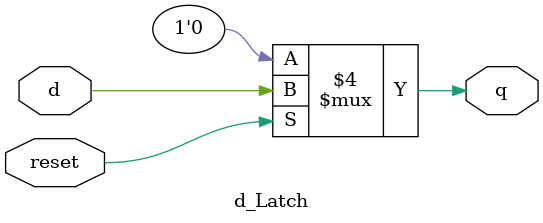
<source format=v>
module d_Latch (
   input d,
   input reset,
   output reg q
);
   always @ (reset or d)
      if (!reset)
         q <= 0;
      else
         q <= d;
endmodule

</source>
